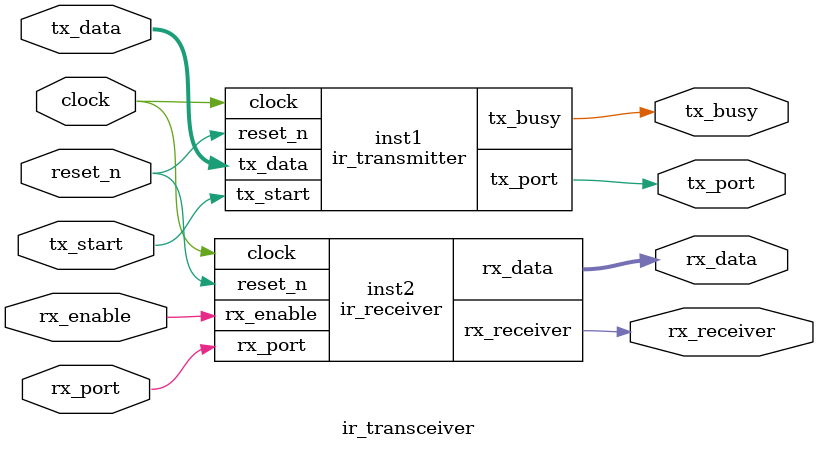
<source format=v>
`default_nettype none

module ir_transmitter #(

    // Minimum number of clock cycles between tx_port transitions.
    // Must be greater than 0.
    // Set according to hardware bandwidth limitation.
    // Required_HW_bandwidth = clock_Frequency / BASE_DELAY / 2
    // E.g.:
    //   50 MHz / 10 / 2 = 2.5 MHz (can be used in simulation)
    //   50 MHz / 250 / 2 = 100 kHz (used on real hardware)
    parameter BASE_DELAY = 250
    //parameter BASE_DELAY = 10
)(

    input wire clock,
    input wire reset_n,
    
    input wire [31:0] tx_data,
    input wire tx_start,
    output reg tx_busy,

    output reg tx_port

);

    localparam 
        IDLE     = 2'b00,
        TX_WAIT0 = 2'b01,
        TX_WAIT1 = 2'b10,
        TX_STOP  = 2'b11;

    reg [1:0] state;
    
    reg [5:0] symbol_count;  // 6 bits to store values 0...63

    reg [$clog2(BASE_DELAY*3)-1:0] clock_count;  // enough bits to store values 0...(BASE_DELAY*3)-1

    always @ (posedge clock) begin
        if (~reset_n) begin
            state <= IDLE;
            clock_count <= 0;
            symbol_count <= 0;
            tx_port <= 0;
            tx_busy <= 0;
        end
        else begin
            case(state)
                IDLE: begin
                    if (tx_start) begin
                        symbol_count <= ~0;  // set to maximum value (63)
                        clock_count <= (BASE_DELAY * 2) - 1;
                        tx_busy <= 1;
                        tx_port <= 1;
                        state <= TX_WAIT0;
                    end 
                    else begin
                        tx_busy <= 0;
                        tx_port <= 0;
                    end
                end
                TX_WAIT0: begin
                    if (clock_count > 0) clock_count <= clock_count - 1;
                    else begin
                        if (symbol_count > 31) clock_count <= (BASE_DELAY * 2) - 1;  // set delay for current symbol
                        else if (tx_data[symbol_count]) clock_count <= (BASE_DELAY * 1) - 1;
                        else clock_count <= (BASE_DELAY * 3) - 1;
                        tx_port <= 0;
                        state <= TX_WAIT1;
                    end
                end
                TX_WAIT1: begin
                    if (clock_count > 0) clock_count <= clock_count - 1;
                    else begin
                        if (symbol_count > 0) begin
                            if ((symbol_count-1) > 31) clock_count <= (BASE_DELAY * 2) - 1;  // set delay for next symbol
                            else if (tx_data[symbol_count-1]) clock_count <= (BASE_DELAY * 1) - 1;
                            else clock_count <= (BASE_DELAY * 3) - 1;
                            symbol_count <= symbol_count - 1;
                            tx_port <= 1;
                            state <= TX_WAIT0;
                        end
                        else begin
                            clock_count <= (BASE_DELAY * 2) - 1;  // stop pulse
                            tx_port <= 1;
                            state <= TX_STOP;
                        end
                    end
                end
                TX_STOP: begin
                    if (clock_count > 0) clock_count <= clock_count - 1;
                    else begin
                        tx_port <= 0;
                        state <= IDLE;
                    end 
                end
                default: state <= IDLE;
            endcase
        end
    end
endmodule

module ir_receiver(
  input wire clock,
  input wire reset_n,
  input wire rx_enable,
  input wire rx_port,
  output reg rx_receiver,
  output reg [31:0] rx_data
);
endmodule

module ir_transceiver(
  input wire [31:0] tx_data,
  input wire tx_start,
  input wire clock,
  input wire reset_n,
  input wire rx_enable,
  input wire rx_port,
  output wire rx_receiver,
  output wire [31:0] rx_data,
  output wire tx_port,
  output wire tx_busy
);
  ir_transmitter inst1(
    .clock(clock),
    .tx_data(tx_data),
    .tx_start(tx_start),
    .reset_n(reset_n),
    .tx_port(tx_port),
    .tx_busy(tx_busy)
  );
  ir_receiver inst2(
    .clock(clock),
    .reset_n(reset_n),
    .rx_enable(rx_enable),
    .rx_port(rx_port),
    .rx_receiver(rx_receiver),
    .rx_data(rx_data)
  );
endmodule
</source>
